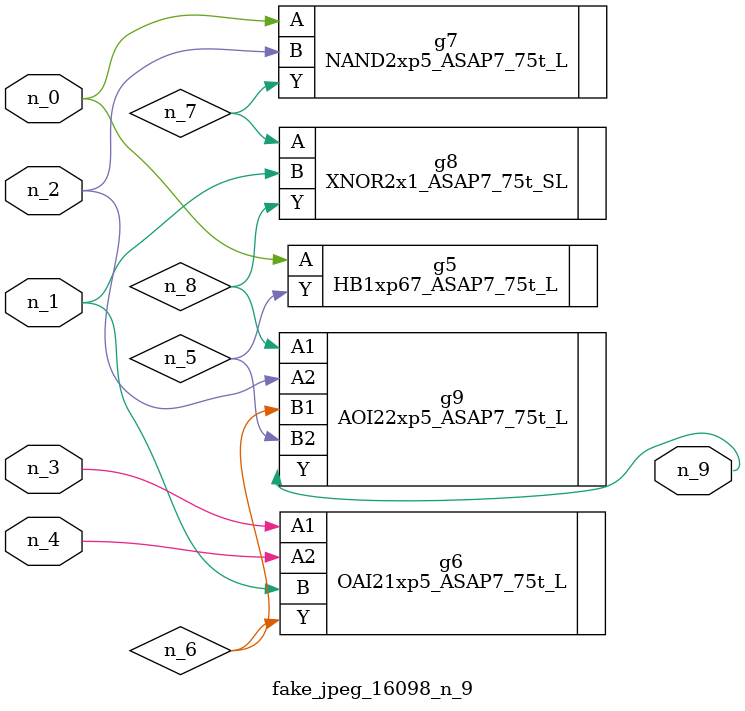
<source format=v>
module fake_jpeg_16098_n_9 (n_3, n_2, n_1, n_0, n_4, n_9);

input n_3;
input n_2;
input n_1;
input n_0;
input n_4;

output n_9;

wire n_8;
wire n_6;
wire n_5;
wire n_7;

HB1xp67_ASAP7_75t_L g5 ( 
.A(n_0),
.Y(n_5)
);

OAI21xp5_ASAP7_75t_L g6 ( 
.A1(n_3),
.A2(n_4),
.B(n_1),
.Y(n_6)
);

NAND2xp5_ASAP7_75t_L g7 ( 
.A(n_0),
.B(n_2),
.Y(n_7)
);

XNOR2x1_ASAP7_75t_SL g8 ( 
.A(n_7),
.B(n_1),
.Y(n_8)
);

AOI22xp5_ASAP7_75t_L g9 ( 
.A1(n_8),
.A2(n_2),
.B1(n_6),
.B2(n_5),
.Y(n_9)
);


endmodule
</source>
